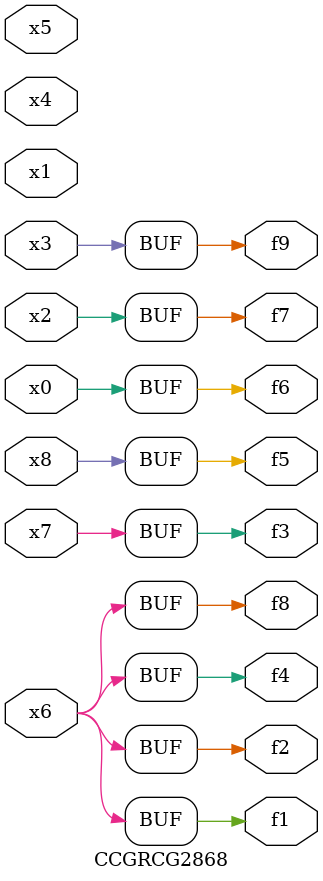
<source format=v>
module CCGRCG2868(
	input x0, x1, x2, x3, x4, x5, x6, x7, x8,
	output f1, f2, f3, f4, f5, f6, f7, f8, f9
);
	assign f1 = x6;
	assign f2 = x6;
	assign f3 = x7;
	assign f4 = x6;
	assign f5 = x8;
	assign f6 = x0;
	assign f7 = x2;
	assign f8 = x6;
	assign f9 = x3;
endmodule

</source>
